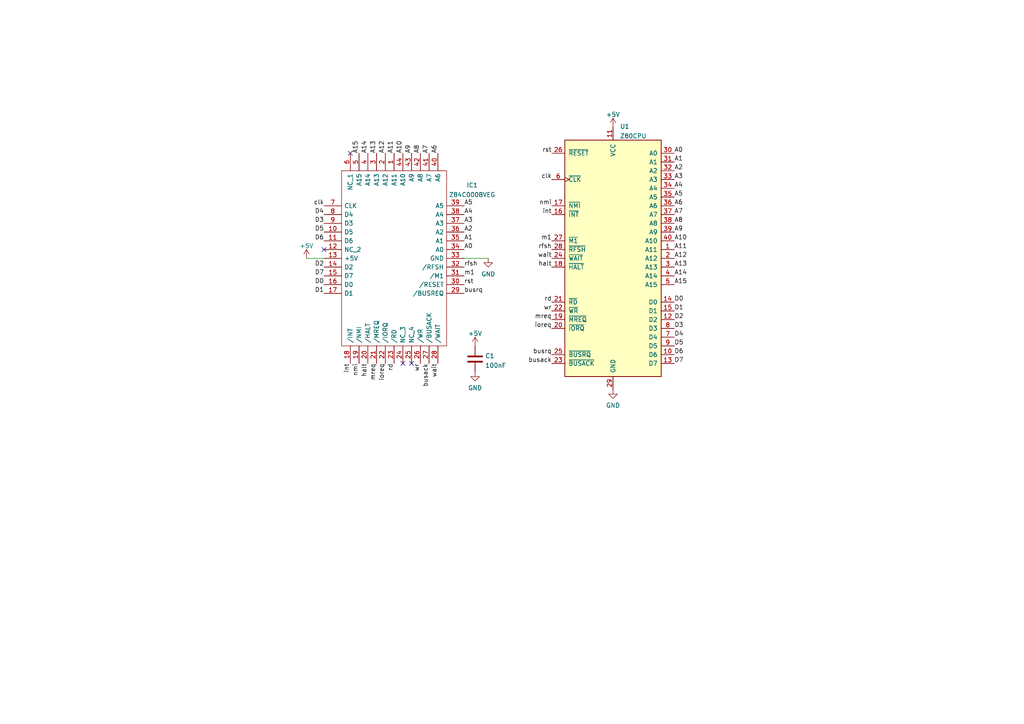
<source format=kicad_sch>
(kicad_sch (version 20211123) (generator eeschema)
  (paper "A4")
  (lib_symbols
    (symbol "CPU:Z80CPU" (pin_names (offset 1.016))
      (property "Reference" "U" (at -13.97 35.56 0))
      (property "Value" "Z80CPU" (at 6.35 35.56 0))
      (symbol "Z80CPU_0_1"
        (rectangle (start -13.97 34.29) (end 13.97 -34.29) (stroke (width 0.254)) (fill (type background)))
      )
      (symbol "Z80CPU_1_1"
        (pin output line (at 17.78 2.54 180) (length 3.81) (name "A11") (number "1"))
        (pin bidirectional line (at 17.78 -27.94 180) (length 3.81) (name "D6") (number "10"))
        (pin power_in line (at 0 38.1 270) (length 3.81) (name "VCC") (number "11"))
        (pin bidirectional line (at 17.78 -17.78 180) (length 3.81) (name "D2") (number "12"))
        (pin bidirectional line (at 17.78 -30.48 180) (length 3.81) (name "D7") (number "13"))
        (pin bidirectional line (at 17.78 -12.7 180) (length 3.81) (name "D0") (number "14"))
        (pin bidirectional line (at 17.78 -15.24 180) (length 3.81) (name "D1") (number "15"))
        (pin input line (at -17.78 12.7 0) (length 3.81) (name "~{INT}") (number "16"))
        (pin input line (at -17.78 15.24 0) (length 3.81) (name "~{NMI}") (number "17"))
        (pin output line (at -17.78 -2.54 0) (length 3.81) (name "~{HALT}") (number "18"))
        (pin output line (at -17.78 -17.78 0) (length 3.81) (name "~{MREQ}") (number "19"))
        (pin output line (at 17.78 0 180) (length 3.81) (name "A12") (number "2"))
        (pin output line (at -17.78 -20.32 0) (length 3.81) (name "~{IORQ}") (number "20"))
        (pin output line (at -17.78 -12.7 0) (length 3.81) (name "~{RD}") (number "21"))
        (pin output line (at -17.78 -15.24 0) (length 3.81) (name "~{WR}") (number "22"))
        (pin output line (at -17.78 -30.48 0) (length 3.81) (name "~{BUSACK}") (number "23"))
        (pin input line (at -17.78 0 0) (length 3.81) (name "~{WAIT}") (number "24"))
        (pin input line (at -17.78 -27.94 0) (length 3.81) (name "~{BUSRQ}") (number "25"))
        (pin input line (at -17.78 30.48 0) (length 3.81) (name "~{RESET}") (number "26"))
        (pin output line (at -17.78 5.08 0) (length 3.81) (name "~{M1}") (number "27"))
        (pin output line (at -17.78 2.54 0) (length 3.81) (name "~{RFSH}") (number "28"))
        (pin power_in line (at 0 -38.1 90) (length 3.81) (name "GND") (number "29"))
        (pin output line (at 17.78 -2.54 180) (length 3.81) (name "A13") (number "3"))
        (pin output line (at 17.78 30.48 180) (length 3.81) (name "A0") (number "30"))
        (pin output line (at 17.78 27.94 180) (length 3.81) (name "A1") (number "31"))
        (pin output line (at 17.78 25.4 180) (length 3.81) (name "A2") (number "32"))
        (pin output line (at 17.78 22.86 180) (length 3.81) (name "A3") (number "33"))
        (pin output line (at 17.78 20.32 180) (length 3.81) (name "A4") (number "34"))
        (pin output line (at 17.78 17.78 180) (length 3.81) (name "A5") (number "35"))
        (pin output line (at 17.78 15.24 180) (length 3.81) (name "A6") (number "36"))
        (pin output line (at 17.78 12.7 180) (length 3.81) (name "A7") (number "37"))
        (pin output line (at 17.78 10.16 180) (length 3.81) (name "A8") (number "38"))
        (pin output line (at 17.78 7.62 180) (length 3.81) (name "A9") (number "39"))
        (pin output line (at 17.78 -5.08 180) (length 3.81) (name "A14") (number "4"))
        (pin output line (at 17.78 5.08 180) (length 3.81) (name "A10") (number "40"))
        (pin output line (at 17.78 -7.62 180) (length 3.81) (name "A15") (number "5"))
        (pin input clock (at -17.78 22.86 0) (length 3.81) (name "~{CLK}") (number "6"))
        (pin bidirectional line (at 17.78 -22.86 180) (length 3.81) (name "D4") (number "7"))
        (pin bidirectional line (at 17.78 -20.32 180) (length 3.81) (name "D3") (number "8"))
        (pin bidirectional line (at 17.78 -25.4 180) (length 3.81) (name "D5") (number "9"))
      )
    )
    (symbol "Device:C" (pin_numbers hide) (pin_names (offset 0.254))
      (property "Reference" "C" (at 0.635 2.54 0))
      (property "Value" "C" (at 0.635 -2.54 0))
      (symbol "C_0_1"
        (polyline (pts (xy -2.032 -0.762) (xy 2.032 -0.762)) (stroke (width 0.508)))
        (polyline (pts (xy -2.032 0.762) (xy 2.032 0.762)) (stroke (width 0.508)))
      )
      (symbol "C_1_1"
        (pin passive line (at 0 3.81 270) (length 2.794) (name "~") (number "1"))
        (pin passive line (at 0 -3.81 90) (length 2.794) (name "~") (number "2"))
      )
    )
    (symbol "mouser:Z84C0008VEG" (pin_names (offset 0.762))
      (property "Reference" "IC" (at 36.83 15.24 0))
      (property "Value" "Z84C0008VEG" (at 36.83 12.7 0))
      (symbol "Z84C0008VEG_0_0"
        (pin output line (at 20.32 15.24 270) (length 5.08) (name "A11") (number "1"))
        (pin bidirectional line (at 0 -7.62 0) (length 5.08) (name "D5") (number "10"))
        (pin bidirectional line (at 0 -10.16 0) (length 5.08) (name "D6") (number "11"))
        (pin passive line (at 0 -12.7 0) (length 5.08) (name "NC_2") (number "12"))
        (pin power_in line (at 0 -15.24 0) (length 5.08) (name "+5V") (number "13"))
        (pin bidirectional line (at 0 -17.78 0) (length 5.08) (name "D2") (number "14"))
        (pin bidirectional line (at 0 -20.32 0) (length 5.08) (name "D7") (number "15"))
        (pin bidirectional line (at 0 -22.86 0) (length 5.08) (name "D0") (number "16"))
        (pin bidirectional line (at 0 -25.4 0) (length 5.08) (name "D1") (number "17"))
        (pin passive line (at 7.62 -45.72 90) (length 5.08) (name "/INT") (number "18"))
        (pin passive line (at 10.16 -45.72 90) (length 5.08) (name "/NMI") (number "19"))
        (pin output line (at 17.78 15.24 270) (length 5.08) (name "A12") (number "2"))
        (pin passive line (at 12.7 -45.72 90) (length 5.08) (name "/HALT") (number "20"))
        (pin passive line (at 15.24 -45.72 90) (length 5.08) (name "/MREQ") (number "21"))
        (pin passive line (at 17.78 -45.72 90) (length 5.08) (name "/IORQ") (number "22"))
        (pin passive line (at 20.32 -45.72 90) (length 5.08) (name "/RD") (number "23"))
        (pin passive line (at 22.86 -45.72 90) (length 5.08) (name "NC_3") (number "24"))
        (pin passive line (at 25.4 -45.72 90) (length 5.08) (name "NC_4") (number "25"))
        (pin passive line (at 27.94 -45.72 90) (length 5.08) (name "/WR") (number "26"))
        (pin passive line (at 30.48 -45.72 90) (length 5.08) (name "/BUSACK") (number "27"))
        (pin passive line (at 33.02 -45.72 90) (length 5.08) (name "/WAIT") (number "28"))
        (pin passive line (at 40.64 -25.4 180) (length 5.08) (name "/BUSREQ") (number "29"))
        (pin output line (at 15.24 15.24 270) (length 5.08) (name "A13") (number "3"))
        (pin passive line (at 40.64 -22.86 180) (length 5.08) (name "/RESET") (number "30"))
        (pin passive line (at 40.64 -20.32 180) (length 5.08) (name "/M1") (number "31"))
        (pin passive line (at 40.64 -17.78 180) (length 5.08) (name "/RFSH") (number "32"))
        (pin power_in line (at 40.64 -15.24 180) (length 5.08) (name "GND") (number "33"))
        (pin output line (at 40.64 -12.7 180) (length 5.08) (name "A0") (number "34"))
        (pin output line (at 40.64 -10.16 180) (length 5.08) (name "A1") (number "35"))
        (pin output line (at 40.64 -7.62 180) (length 5.08) (name "A2") (number "36"))
        (pin output line (at 40.64 -5.08 180) (length 5.08) (name "A3") (number "37"))
        (pin output line (at 40.64 -2.54 180) (length 5.08) (name "A4") (number "38"))
        (pin output line (at 40.64 0 180) (length 5.08) (name "A5") (number "39"))
        (pin output line (at 12.7 15.24 270) (length 5.08) (name "A14") (number "4"))
        (pin output line (at 33.02 15.24 270) (length 5.08) (name "A6") (number "40"))
        (pin output line (at 30.48 15.24 270) (length 5.08) (name "A7") (number "41"))
        (pin output line (at 27.94 15.24 270) (length 5.08) (name "A8") (number "42"))
        (pin output line (at 25.4 15.24 270) (length 5.08) (name "A9") (number "43"))
        (pin output line (at 22.86 15.24 270) (length 5.08) (name "A10") (number "44"))
        (pin output line (at 10.16 15.24 270) (length 5.08) (name "A15") (number "5"))
        (pin passive line (at 7.62 15.24 270) (length 5.08) (name "NC_1") (number "6"))
        (pin passive line (at 0 0 0) (length 5.08) (name "CLK") (number "7"))
        (pin bidirectional line (at 0 -2.54 0) (length 5.08) (name "D4") (number "8"))
        (pin bidirectional line (at 0 -5.08 0) (length 5.08) (name "D3") (number "9"))
      )
      (symbol "Z84C0008VEG_0_1"
        (polyline (pts (xy 5.08 10.16) (xy 35.56 10.16) (xy 35.56 -40.64) (xy 5.08 -40.64) (xy 5.08 10.16)) (stroke (width 0.1524)))
      )
    )
    (symbol "power:+5V" (power) (pin_names (offset 0))
      (property "Value" "+5V" (at 0 3.556 0))
      (symbol "+5V_0_1"
        (polyline (pts (xy -0.762 1.27) (xy 0 2.54)))
        (polyline (pts (xy 0 0) (xy 0 2.54)))
        (polyline (pts (xy 0 2.54) (xy 0.762 1.27)))
      )
      (symbol "+5V_1_1"
        (pin power_in line (at 0 0 90) (length 0) hide (name "+5V") (number "1"))
      )
    )
    (symbol "power:GND" (power) (pin_names (offset 0))
      (property "Value" "GND" (at 0 -3.81 0))
      (symbol "GND_0_1"
        (polyline (pts (xy 0 0) (xy 0 -1.27) (xy 1.27 -1.27) (xy 0 -2.54) (xy -1.27 -1.27) (xy 0 -1.27)))
      )
      (symbol "GND_1_1"
        (pin power_in line (at 0 0 270) (length 0) hide (name "GND") (number "1"))
      )
    )
  )
  (no_connect (at 101.6 44.45))
  (no_connect (at 93.98 72.39))
  (no_connect (at 116.84 105.41))
  (no_connect (at 119.38 105.41))
  (wire (pts (xy 88.9 74.93) (xy 93.98 74.93)))
  (wire (pts (xy 134.62 74.93) (xy 141.605 74.93)))
  (label "A10" (at 195.58 69.85 0))
  (label "busrq" (at 134.62 85.09 0))
  (label "A2" (at 195.58 49.53 0))
  (label "A2" (at 134.62 67.31 0))
  (label "A3" (at 134.62 64.77 0))
  (label "A1" (at 134.62 69.85 0))
  (label "wr" (at 160.02 90.17 180))
  (label "D2" (at 195.58 92.71 0))
  (label "m1" (at 160.02 69.85 180))
  (label "ioreq" (at 160.02 95.25 180))
  (label "A4" (at 195.58 54.61 0))
  (label "A8" (at 121.92 44.45 90))
  (label "D7" (at 195.58 105.41 0))
  (label "ioreq" (at 111.76 105.41 270))
  (label "A8" (at 195.58 64.77 0))
  (label "D7" (at 93.98 80.01 180))
  (label "A3" (at 195.58 52.07 0))
  (label "A7" (at 195.58 62.23 0))
  (label "busack" (at 124.46 105.41 270))
  (label "A10" (at 116.84 44.45 90))
  (label "wait" (at 160.02 74.93 180))
  (label "A6" (at 195.58 59.69 0))
  (label "halt" (at 106.68 105.41 270))
  (label "A4" (at 134.62 62.23 0))
  (label "A11" (at 195.58 72.39 0))
  (label "D3" (at 93.98 64.77 180))
  (label "rd" (at 160.02 87.63 180))
  (label "D5" (at 195.58 100.33 0))
  (label "D0" (at 93.98 82.55 180))
  (label "A13" (at 109.22 44.45 90))
  (label "A15" (at 195.58 82.55 0))
  (label "busack" (at 160.02 105.41 180))
  (label "D1" (at 93.98 85.09 180))
  (label "A12" (at 195.58 74.93 0))
  (label "A6" (at 127 44.45 90))
  (label "rst" (at 134.62 82.55 0))
  (label "rd" (at 114.3 105.41 270))
  (label "A14" (at 195.58 80.01 0))
  (label "rst" (at 160.02 44.45 180))
  (label "halt" (at 160.02 77.47 180))
  (label "nmi" (at 104.14 105.41 270))
  (label "clk" (at 93.98 59.69 180))
  (label "D2" (at 93.98 77.47 180))
  (label "wr" (at 121.92 105.41 270))
  (label "A0" (at 195.58 44.45 0))
  (label "int" (at 160.02 62.23 180))
  (label "busrq" (at 160.02 102.87 180))
  (label "A7" (at 124.46 44.45 90))
  (label "A5" (at 134.62 59.69 0))
  (label "mreq" (at 160.02 92.71 180))
  (label "D3" (at 195.58 95.25 0))
  (label "A0" (at 134.62 72.39 0))
  (label "A11" (at 114.3 44.45 90))
  (label "A1" (at 195.58 46.99 0))
  (label "nmi" (at 160.02 59.69 180))
  (label "D4" (at 93.98 62.23 180))
  (label "m1" (at 134.62 80.01 0))
  (label "A12" (at 111.76 44.45 90))
  (label "mreq" (at 109.22 105.41 270))
  (label "clk" (at 160.02 52.07 180))
  (label "D6" (at 93.98 69.85 180))
  (label "D4" (at 195.58 97.79 0))
  (label "D6" (at 195.58 102.87 0))
  (label "D0" (at 195.58 87.63 0))
  (label "A9" (at 195.58 67.31 0))
  (label "rfsh" (at 134.62 77.47 0))
  (label "A14" (at 106.68 44.45 90))
  (label "A13" (at 195.58 77.47 0))
  (label "A15" (at 104.14 44.45 90))
  (label "D5" (at 93.98 67.31 180))
  (label "A5" (at 195.58 57.15 0))
  (label "D1" (at 195.58 90.17 0))
  (label "int" (at 101.6 105.41 270))
  (label "A9" (at 119.38 44.45 90))
  (label "rfsh" (at 160.02 72.39 180))
  (label "wait" (at 127 105.41 270))
  (symbol (lib_id "power:+5V") (at 177.8 36.83 0) (unit 1)
    (property "Reference" "#PWR03" (effects hide))
    (property "Value" "+5V" (at 177.8 33.2255 0))
  )
  (symbol (lib_id "power:+5V") (at 137.795 100.33 0) (unit 1)
    (property "Reference" "#PWR0101" (effects hide))
    (property "Value" "+5V" (at 137.795 96.7255 0))
  )
  (symbol (lib_id "power:+5V") (at 88.9 74.93 0) (unit 1)
    (property "Reference" "#PWR01" (effects hide))
    (property "Value" "+5V" (at 88.9 71.3255 0))
  )
  (symbol (lib_id "power:GND") (at 137.795 107.95 0) (unit 1)
    (property "Reference" "#PWR0102" (effects hide))
    (property "Value" "GND" (at 137.795 112.5125 0))
  )
  (symbol (lib_id "power:GND") (at 141.605 74.93 0) (unit 1)
    (property "Reference" "#PWR02" (effects hide))
    (property "Value" "GND" (at 141.605 79.4925 0))
  )
  (symbol (lib_id "CPU:Z80CPU") (at 177.8 74.93 0) (unit 1)
    (property "Reference" "U1" (at 179.8194 36.6735 0) (effects (justify left)))
    (property "Value" "Z80CPU" (at 179.8194 39.4486 0) (effects (justify left)))
    (property "Footprint" "Package_DIP:DIP-40_W15.24mm_Socket" (effects hide))
    (property "Datasheet" "www.zilog.com/manage_directlink.php?filepath=docs/z80/um0080" (effects hide))
  )
  (symbol (lib_id "power:GND") (at 177.8 113.03 0) (unit 1)
    (property "Reference" "#PWR04" (effects hide))
    (property "Value" "GND" (at 177.8 117.5925 0))
  )
  (symbol (lib_id "Device:C") (at 137.795 104.14 0) (unit 1)
    (property "Reference" "C1" (at 140.716 103.2315 0) (effects (justify left)))
    (property "Value" "100nF" (at 140.716 106.0066 0) (effects (justify left)))
    (property "Footprint" "Capacitor_SMD:C_0603_1608Metric" (effects hide))
  )
  (symbol (lib_id "mouser:Z84C0008VEG") (at 93.98 59.69 0) (unit 1)
    (property "Reference" "IC1" (at 136.9527 53.7167 0))
    (property "Value" "Z84C0008VEG" (at 136.9527 56.4918 0))
    (property "Footprint" "Evan's misc parts:PLCC127P1750X1750X457-44N" (effects hide))
    (property "Datasheet" "http://www.zilog.com/docs/z80/ps0178.pdf" (effects hide))
    (property "Description" "Microprocessors - MPU 8MHz Z80 CMOS CPU XT" (effects hide))
    (property "Height" "4.57" (effects hide))
    (property "Manufacturer_Name" "Zilog" (effects hide))
    (property "Manufacturer_Part_Number" "Z84C0008VEG" (effects hide))
  )
)
</source>
